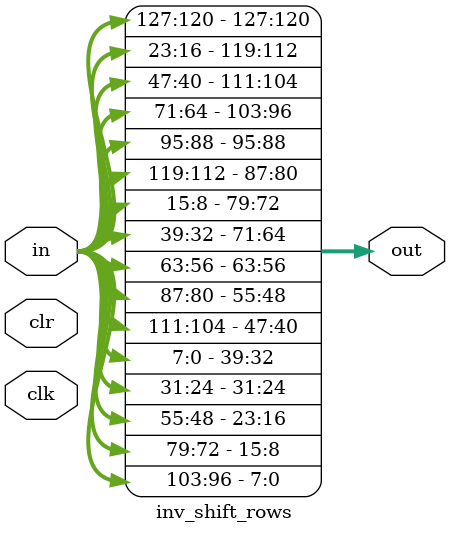
<source format=v>


// the state 
//   (msb)  A B C D E F G H I J K L M N O P (lsb)
//
// shown as a grid :
//
//  AEIM
//  BFJN
//  CGKO
//  DHLP
//
//  Needs to be shifted to produce :
//
//  AEIM
//  FJNB
//  KOCG
//  PDHL
//

module shift_rows (clk,clr,in,out);
input clk,clr;
input [16*8-1 : 0] in;
output [16*8-1 : 0] out;
wire [16*8-1 : 0] out;

assign out = {
	in[127:120],in[87:80],in[47:40],in[7:0],
	in[95:88],in[55:48],in[15:8],in[103:96],
	in[63:56],in[23:16],in[111:104],in[71:64],
	in[31:24],in[119:112],in[79:72],in[39:32] };

endmodule

module inv_shift_rows (clk,clr,in,out);
input clk,clr;
input [16*8-1 : 0] in;
output [16*8-1 : 0] out;
wire [16*8-1 : 0] out;

assign out = {
	in[127:120],in[23:16],in[47:40],in[71:64],
	in[95:88],in[119:112],in[15:8],in[39:32],
	in[63:56],in[87:80],in[111:104],in[7:0],
	in[31:24],in[55:48],in[79:72],in[103:96] };

endmodule


</source>
